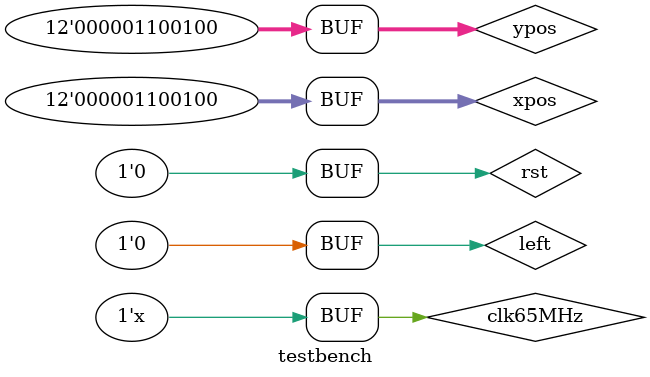
<source format=v>
`timescale 1ns / 1ps
`define VGA_BUS_SIZE 38
`define NUM_MODULES 3

module testbench();

    reg clk65MHz, rst, left;
    reg [11:0] xpos, ypos;
    wire done;
    
    initial begin
        clk65MHz = 0;
        left = 0;
        xpos = 0;
        ypos = 0;
    end
    
    always begin 
    #15 clk65MHz = !clk65MHz;
    end

    wire start_butt_pressed, card_pressed;
    wire compute_done;
    wire start_butt_en, compute_colors_en, update_cards_en, wait_for_click_en, write_card_en;
    wire [3:0] card_clicked_address, write_card_address;
    wire [1:0] write_card_state;
    
    state_machine MG_state_machine(
        .clk(clk65MHz),
        .rst(rst),
        .start_butt_pressed(start_butt_pressed),
        .compute_done(compute_done),
        .card_pressed(card_pressed),
        .card_clicked_address(card_clicked_address),
        .card_clicked_color(regfile_r_data[13:2]),
        .start_butt_en(start_butt_en),
        .update_cards_en(update_cards_en),
        .compute_colors_en(compute_colors_en),
        .wait_for_click_en(wait_for_click_en),
        .write_card_en(write_card_en),
        .write_card_state(write_card_state),
        .write_card_address(write_card_address)
    );
    
    //***Cards Colors Generator***//
    
    wire [13:0] card_write_data;
    wire [3:0] card_write_address;

    compute_colors MG_compute_colors(
        .clk(clk65MHz),
        .rst(rst),
        .enable(compute_colors_en),
        .done(compute_done),
        .computed_data(card_write_data),
        .computed_address(card_write_address)
    );
    
    //***RegFile Controller***//
    
    wire [1:0] regfile_w_enable;
    wire [13:0] regfile_w_data, regfile_r_data;
    wire [3:0] regfile_w_address, regfile_r_address, card_to_test_address;
    
    regfileCtl MG_regfileCtl(
        .clk(clk65MHz),
        .rst(rst),
        .read_all_cards(update_cards_en),
        .read_one_card(card_to_test_address),
        .write_data_1({card_write_data, card_write_address, compute_colors_en}),
        .write_data_2({write_card_state, write_card_address, write_card_en}),
        .regfile_w_enable(regfile_w_enable),
        .regfile_w_address(regfile_w_address),
        .regfile_w_data(regfile_w_data),
        .regfile_r_address(regfile_r_address)
    );
     
    //***RegFile***//
    
    regfile MG_regfile(
        .clk(clk65MHz),
        .w_enable(regfile_w_enable),
        .w_data(regfile_w_data),
        .w_address(regfile_w_address),
        .r_data(regfile_r_data),
        .r_address(regfile_r_address)
    );
    
    //***Card Press Checker with returned card index***// na ten moment, bez zwracania, która karta
    
    card_press_checker MG_card_press_checker (
        .clk(clk65MHz),
        .rst(rst),
        .enable(wait_for_click_en),
        .kind_of_event(left),
        .mouse_xpos(xpos),
        .mouse_ypos(ypos),
        .card_test_state(regfile_r_data[1:0]),
        .card_to_test_address(card_to_test_address),
        .card_clicked_address(card_clicked_address),
        .event_occurred(card_pressed)
    );

    //***VGA Timings Generator***//
    
    //VGA bus
    wire [`VGA_BUS_SIZE-1:0] vga_bus [`NUM_MODULES:0];

    vga_timing MG_vga_timing (
        .pclk(clk65MHz),
        .rst(rst),
        .vga_out(vga_bus[0])
    );

    //***Background Display***//

    draw_background display_background(
        .pclk(clk65MHz),
        .rst(rst),
        .vga_in(vga_bus[0]),
        .vga_out(vga_bus[1])
    );  
    
    //***Start Button Press Checker***//       

    event_checker
    #(
        .X_POS(312),
        .Y_POS(284),
        .WIDTH(400),
        .HEIGHT(200) 
    )
    MG_check_if_left_clicked_start_butt (
        .clk(clk65MHz),
        .enable(start_butt_en),
        .kind_of_event(left),
        .mouse_xpos(xpos),
        .mouse_ypos(ypos),
        .event_occurred(start_butt_pressed),
        .rst(rst)
    );
    
    //***Start Button Display***//
    
    draw_rect 
    #(
        .X_POS(312),
        .Y_POS(284),
        .WIDTH(400),
        .HEIGHT(200),
        .COLOR(12'h0_A_A)
    )
    display_start_button(
        .pclk(clk65MHz),
        .rst(rst),
        .enable(start_butt_en),
        .vga_in(vga_bus[1]),
        .vga_out(vga_bus[2])
    );
    
    //***update_cards_en Delayer***//
    
    wire update_cards_en_delayed;
    
    delay
    #(
        .WIDTH(1),
        .CLK_DEL(1)
    )
    delay_update_cards_en(
        .clk(clk65MHz),
        .rst(rst),
        .din(update_cards_en),
        .dout(update_cards_en_delayed)
    );
    
    //***Cards Display***//
    
    draw_cards display_cards(
        .pclk(clk65MHz),
        .rst(rst),
        .regfile_in(regfile_r_data),
        .regfile_sync(update_cards_en_delayed),
        .regfile_sync_done(),
        .vga_in(vga_bus[2]),
        .vga_out(vga_bus[3])
    );
        
    initial begin
        #50 rst = 1'b0;
        #100 rst = 1'b1;
        #50 rst = 1'b0;
        #50
        //Start button press
        {xpos, ypos, left} = {12'd400, 12'd300, 1'b1};
        #100
        left = 0;
        #900
        //Card nr 6 pressed
        left = 1;
        #100
        left = 0;
        #600
        //Card nr 1 pressed
        {xpos, ypos, left} = {12'd100, 12'd100, 1'b1};
        #100
        left = 0;
    end

endmodule
</source>
